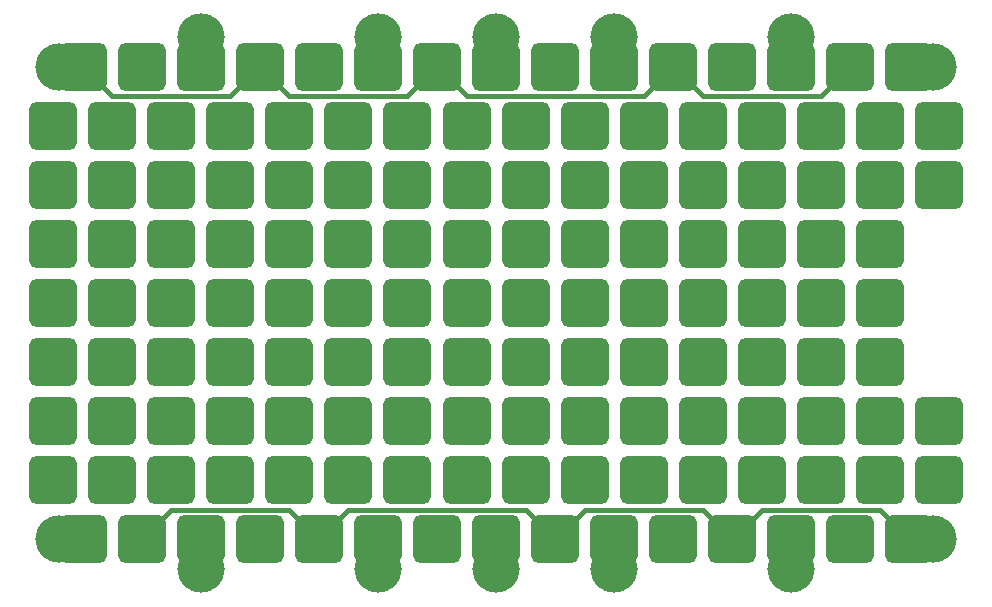
<source format=gtl>
G04*
G04 #@! TF.GenerationSoftware,Altium Limited,Altium Designer,24.6.1 (21)*
G04*
G04 Layer_Physical_Order=1*
G04 Layer_Color=255*
%FSLAX44Y44*%
%MOMM*%
G71*
G04*
G04 #@! TF.SameCoordinates,D3BBE74D-FBB0-432F-9B48-3D12EA20F86B*
G04*
G04*
G04 #@! TF.FilePolarity,Positive*
G04*
G01*
G75*
%ADD16C,0.4500*%
%ADD17C,4.0000*%
G04:AMPARAMS|DCode=18|XSize=4mm|YSize=4mm|CornerRadius=0.5mm|HoleSize=0mm|Usage=FLASHONLY|Rotation=180.000|XOffset=0mm|YOffset=0mm|HoleType=Round|Shape=RoundedRectangle|*
%AMROUNDEDRECTD18*
21,1,4.0000,3.0000,0,0,180.0*
21,1,3.0000,4.0000,0,0,180.0*
1,1,1.0000,-1.5000,1.5000*
1,1,1.0000,1.5000,1.5000*
1,1,1.0000,1.5000,-1.5000*
1,1,1.0000,-1.5000,-1.5000*
%
%ADD18ROUNDEDRECTD18*%
D16*
X600000Y-450000D02*
X625000Y-425000D01*
X575000D02*
X600000Y-450000D01*
X250000D02*
X275000Y-425000D01*
X225000D02*
X250000Y-450000D01*
X125000Y-425000D02*
X225000D01*
X100000Y-450000D02*
X125000Y-425000D01*
X450000Y-450000D02*
X475000Y-425000D01*
X725000D02*
X750000Y-450000D01*
X625000Y-425000D02*
X725000D01*
X475000D02*
X575000D01*
X425000D02*
X450000Y-450000D01*
X275000Y-425000D02*
X425000D01*
X375000Y-75000D02*
X525000D01*
X350000Y-50000D02*
X375000Y-75000D01*
X225000D02*
X325000D01*
X75000D02*
X175000D01*
X50000Y-50000D02*
X75000Y-75000D01*
X325000D02*
X350000Y-50000D01*
X675000Y-75000D02*
X700000Y-50000D01*
X575000Y-75000D02*
X675000D01*
X550000Y-50000D02*
X575000Y-75000D01*
X525000D02*
X550000Y-50000D01*
X200000D02*
X225000Y-75000D01*
X175000D02*
X200000Y-50000D01*
D17*
X30000Y-450000D02*
D03*
X650000Y-475000D02*
D03*
X150000D02*
D03*
X300000D02*
D03*
X500000D02*
D03*
X400000D02*
D03*
X770000Y-450000D02*
D03*
X30000Y-50000D02*
D03*
X400000Y-25000D02*
D03*
X300000D02*
D03*
X500000D02*
D03*
X650000D02*
D03*
X150000D02*
D03*
X770000Y-50000D02*
D03*
D18*
X50000Y-450000D02*
D03*
X100000D02*
D03*
X150000D02*
D03*
X200000D02*
D03*
X250000D02*
D03*
X300000D02*
D03*
X400000D02*
D03*
X500000D02*
D03*
X550000D02*
D03*
X600000D02*
D03*
X650000D02*
D03*
X700000D02*
D03*
X750000D02*
D03*
X450000D02*
D03*
X350000D02*
D03*
X450000Y-50000D02*
D03*
X350000D02*
D03*
X775000Y-400000D02*
D03*
X725000D02*
D03*
X525000D02*
D03*
X675000D02*
D03*
X475000D02*
D03*
X425000D02*
D03*
X375000D02*
D03*
X325000D02*
D03*
X275000D02*
D03*
X225000D02*
D03*
X175000D02*
D03*
X125000D02*
D03*
X75000D02*
D03*
X25000D02*
D03*
X625000D02*
D03*
X575000D02*
D03*
X775000Y-350000D02*
D03*
X725000D02*
D03*
X525000D02*
D03*
X675000D02*
D03*
X475000D02*
D03*
X425000D02*
D03*
X375000D02*
D03*
X325000D02*
D03*
X275000D02*
D03*
X225000D02*
D03*
X175000D02*
D03*
X125000D02*
D03*
X75000D02*
D03*
X25000D02*
D03*
X625000D02*
D03*
X575000D02*
D03*
X50000Y-50000D02*
D03*
X625000Y-150000D02*
D03*
X575000D02*
D03*
X625000Y-200000D02*
D03*
X575000D02*
D03*
X625000Y-250000D02*
D03*
X575000D02*
D03*
X225000Y-150000D02*
D03*
X175000D02*
D03*
X225000Y-200000D02*
D03*
X175000D02*
D03*
X225000Y-250000D02*
D03*
X175000D02*
D03*
X575000Y-300000D02*
D03*
X625000D02*
D03*
X25000D02*
D03*
X75000D02*
D03*
X125000D02*
D03*
X25000Y-250000D02*
D03*
X75000D02*
D03*
X125000D02*
D03*
X25000Y-200000D02*
D03*
X75000D02*
D03*
X125000D02*
D03*
X25000Y-150000D02*
D03*
X75000D02*
D03*
X125000D02*
D03*
X100000Y-50000D02*
D03*
X150000D02*
D03*
X200000D02*
D03*
X250000D02*
D03*
X300000D02*
D03*
X400000D02*
D03*
X500000D02*
D03*
X550000D02*
D03*
X600000D02*
D03*
X650000D02*
D03*
X700000D02*
D03*
X750000D02*
D03*
X475000Y-100000D02*
D03*
X425000D02*
D03*
X375000D02*
D03*
X325000D02*
D03*
X275000D02*
D03*
X225000D02*
D03*
X175000D02*
D03*
X125000D02*
D03*
X75000D02*
D03*
X25000D02*
D03*
X275000Y-250000D02*
D03*
X325000D02*
D03*
X375000D02*
D03*
X425000D02*
D03*
X475000D02*
D03*
X275000Y-200000D02*
D03*
X325000D02*
D03*
X375000D02*
D03*
X425000D02*
D03*
X475000D02*
D03*
X275000Y-150000D02*
D03*
X325000D02*
D03*
X375000D02*
D03*
X425000D02*
D03*
X475000D02*
D03*
X175000Y-300000D02*
D03*
X225000D02*
D03*
X275000D02*
D03*
X325000D02*
D03*
X375000D02*
D03*
X425000D02*
D03*
X475000D02*
D03*
X675000D02*
D03*
X525000D02*
D03*
Y-250000D02*
D03*
Y-200000D02*
D03*
Y-150000D02*
D03*
X675000Y-100000D02*
D03*
X625000D02*
D03*
X575000D02*
D03*
X525000D02*
D03*
X675000Y-150000D02*
D03*
Y-200000D02*
D03*
Y-250000D02*
D03*
X725000Y-200000D02*
D03*
Y-150000D02*
D03*
X775000D02*
D03*
X725000Y-100000D02*
D03*
X775000D02*
D03*
X725000Y-250000D02*
D03*
Y-300000D02*
D03*
M02*

</source>
